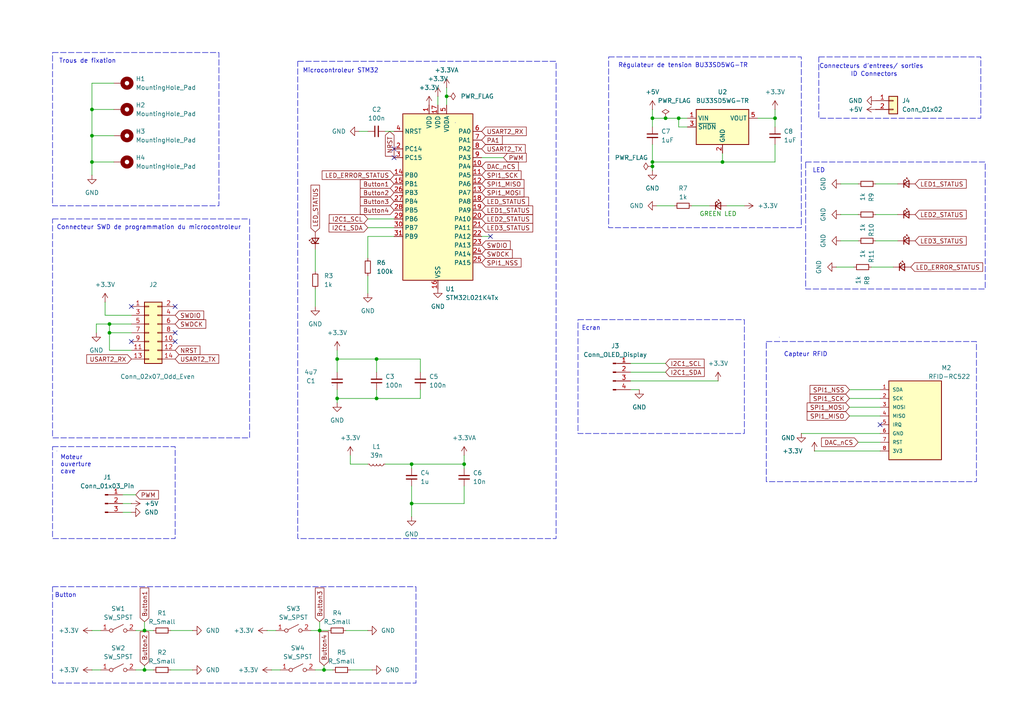
<source format=kicad_sch>
(kicad_sch (version 20231120) (generator "eeschema") (generator_version "8.0")
  (paper "A4")
  (lib_symbols
    (symbol "Connector:Conn_01x03_Pin" (pin_names (offset 1.016) hide)
      (property "Reference" "J" (at 0 5.08 0))
      (property "Value" "Conn_01x03_Pin" (at 0 -5.08 0))
      (symbol "Conn_01x03_Pin_1_1"
        (pin passive line (at 5.08 2.54 180) (length 3.81) (name "Pin_1") (number "1"))
        (pin passive line (at 5.08 0 180) (length 3.81) (name "Pin_2") (number "2"))
        (pin passive line (at 5.08 -2.54 180) (length 3.81) (name "Pin_3") (number "3"))
      )
    )
    (symbol "Connector:Conn_01x04_Pin" (pin_names (offset 1.016) hide)
      (property "Reference" "J" (at 0 5.08 0))
      (property "Value" "Conn_01x04_Pin" (at 0 -7.62 0))
      (symbol "Conn_01x04_Pin_1_1"
        (pin passive line (at 5.08 2.54 180) (length 3.81) (name "Pin_1") (number "1"))
        (pin passive line (at 5.08 0 180) (length 3.81) (name "Pin_2") (number "2"))
        (pin passive line (at 5.08 -2.54 180) (length 3.81) (name "Pin_3") (number "3"))
        (pin passive line (at 5.08 -5.08 180) (length 3.81) (name "Pin_4") (number "4"))
      )
    )
    (symbol "Connector_Generic:Conn_01x02" (pin_names (offset 1.016) hide)
      (property "Reference" "J" (at 0 2.54 0))
      (property "Value" "Conn_01x02" (at 0 -5.08 0))
      (symbol "Conn_01x02_1_1"
        (pin passive line (at -5.08 0 0) (length 3.81) (name "Pin_1") (number "1"))
        (pin passive line (at -5.08 -2.54 0) (length 3.81) (name "Pin_2") (number "2"))
      )
    )
    (symbol "Connector_Generic:Conn_02x07_Odd_Even" (pin_names (offset 1.016) hide)
      (property "Reference" "J" (at 1.27 10.16 0))
      (property "Value" "Conn_02x07_Odd_Even" (at 1.27 -10.16 0))
      (symbol "Conn_02x07_Odd_Even_1_1"
        (pin passive line (at -5.08 7.62 0) (length 3.81) (name "Pin_1") (number "1"))
        (pin passive line (at 7.62 -2.54 180) (length 3.81) (name "Pin_10") (number "10"))
        (pin passive line (at -5.08 -5.08 0) (length 3.81) (name "Pin_11") (number "11"))
        (pin passive line (at 7.62 -5.08 180) (length 3.81) (name "Pin_12") (number "12"))
        (pin passive line (at -5.08 -7.62 0) (length 3.81) (name "Pin_13") (number "13"))
        (pin passive line (at 7.62 -7.62 180) (length 3.81) (name "Pin_14") (number "14"))
        (pin passive line (at 7.62 7.62 180) (length 3.81) (name "Pin_2") (number "2"))
        (pin passive line (at -5.08 5.08 0) (length 3.81) (name "Pin_3") (number "3"))
        (pin passive line (at 7.62 5.08 180) (length 3.81) (name "Pin_4") (number "4"))
        (pin passive line (at -5.08 2.54 0) (length 3.81) (name "Pin_5") (number "5"))
        (pin passive line (at 7.62 2.54 180) (length 3.81) (name "Pin_6") (number "6"))
        (pin passive line (at -5.08 0 0) (length 3.81) (name "Pin_7") (number "7"))
        (pin passive line (at 7.62 0 180) (length 3.81) (name "Pin_8") (number "8"))
        (pin passive line (at -5.08 -2.54 0) (length 3.81) (name "Pin_9") (number "9"))
      )
    )
    (symbol "Device:C_Small" (pin_numbers hide) (pin_names (offset 0.254) hide)
      (property "Reference" "C" (at 0.254 1.778 0))
      (property "Value" "C_Small" (at 0.254 -2.032 0))
      (symbol "C_Small_1_1"
        (pin passive line (at 0 2.54 270) (length 2.032) (name "~") (number "1"))
        (pin passive line (at 0 -2.54 90) (length 2.032) (name "~") (number "2"))
      )
    )
    (symbol "Device:LED_Small" (pin_numbers hide) (pin_names (offset 0.254) hide)
      (property "Reference" "D" (at -1.27 3.175 0))
      (property "Value" "LED_Small" (at -4.445 -2.54 0))
      (symbol "LED_Small_1_1"
        (pin passive line (at -2.54 0 0) (length 1.778) (name "K") (number "1"))
        (pin passive line (at 2.54 0 180) (length 1.778) (name "A") (number "2"))
      )
    )
    (symbol "Device:L_Small" (pin_numbers hide) (pin_names (offset 0.254) hide)
      (property "Reference" "L" (at 0.762 1.016 0))
      (property "Value" "L_Small" (at 0.762 -1.016 0))
      (symbol "L_Small_1_1"
        (pin passive line (at 0 2.54 270) (length 0.508) (name "~") (number "1"))
        (pin passive line (at 0 -2.54 90) (length 0.508) (name "~") (number "2"))
      )
    )
    (symbol "Device:R_Small" (pin_numbers hide) (pin_names (offset 0.254) hide)
      (property "Reference" "R" (at 0.762 0.508 0))
      (property "Value" "R_Small" (at 0.762 -1.016 0))
      (symbol "R_Small_1_1"
        (pin passive line (at 0 2.54 270) (length 0.762) (name "~") (number "1"))
        (pin passive line (at 0 -2.54 90) (length 0.762) (name "~") (number "2"))
      )
    )
    (symbol "MCU_ST_STM32L0:STM32L021K4Tx"
      (property "Reference" "U" (at -10.16 26.67 0))
      (property "Value" "STM32L021K4Tx" (at 5.08 26.67 0))
      (symbol "STM32L021K4Tx_1_1"
        (pin power_in line (at -2.54 27.94 270) (length 2.54) (name "VDD") (number "1"))
        (pin bidirectional line (at 12.7 10.16 180) (length 2.54) (name "PA4") (number "10"))
        (pin bidirectional line (at 12.7 7.62 180) (length 2.54) (name "PA5") (number "11"))
        (pin bidirectional line (at 12.7 5.08 180) (length 2.54) (name "PA6") (number "12"))
        (pin bidirectional line (at 12.7 2.54 180) (length 2.54) (name "PA7") (number "13"))
        (pin bidirectional line (at -12.7 7.62 0) (length 2.54) (name "PB0") (number "14"))
        (pin bidirectional line (at -12.7 5.08 0) (length 2.54) (name "PB1") (number "15"))
        (pin power_in line (at 0 -25.4 90) (length 2.54) (name "VSS") (number "16"))
        (pin power_in line (at 0 27.94 270) (length 2.54) (name "VDD") (number "17"))
        (pin bidirectional line (at 12.7 0 180) (length 2.54) (name "PA8") (number "18"))
        (pin bidirectional line (at 12.7 -2.54 180) (length 2.54) (name "PA9") (number "19"))
        (pin bidirectional line (at -12.7 15.24 0) (length 2.54) (name "PC14") (number "2"))
        (pin bidirectional line (at 12.7 -5.08 180) (length 2.54) (name "PA10") (number "20"))
        (pin bidirectional line (at 12.7 -7.62 180) (length 2.54) (name "PA11") (number "21"))
        (pin bidirectional line (at 12.7 -10.16 180) (length 2.54) (name "PA12") (number "22"))
        (pin bidirectional line (at 12.7 -12.7 180) (length 2.54) (name "PA13") (number "23"))
        (pin bidirectional line (at 12.7 -15.24 180) (length 2.54) (name "PA14") (number "24"))
        (pin bidirectional line (at 12.7 -17.78 180) (length 2.54) (name "PA15") (number "25"))
        (pin bidirectional line (at -12.7 2.54 0) (length 2.54) (name "PB3") (number "26"))
        (pin bidirectional line (at -12.7 0 0) (length 2.54) (name "PB4") (number "27"))
        (pin bidirectional line (at -12.7 -2.54 0) (length 2.54) (name "PB5") (number "28"))
        (pin bidirectional line (at -12.7 -5.08 0) (length 2.54) (name "PB6") (number "29"))
        (pin bidirectional line (at -12.7 12.7 0) (length 2.54) (name "PC15") (number "3"))
        (pin bidirectional line (at -12.7 -7.62 0) (length 2.54) (name "PB7") (number "30"))
        (pin bidirectional line (at -12.7 -10.16 0) (length 2.54) (name "PB9") (number "31"))
        (pin passive line (at 0 -25.4 90) (length 2.54) hide (name "VSS") (number "32"))
        (pin input line (at -12.7 20.32 0) (length 2.54) (name "NRST") (number "4"))
        (pin power_in line (at 2.54 27.94 270) (length 2.54) (name "VDDA") (number "5"))
        (pin bidirectional line (at 12.7 20.32 180) (length 2.54) (name "PA0") (number "6"))
        (pin bidirectional line (at 12.7 17.78 180) (length 2.54) (name "PA1") (number "7"))
        (pin bidirectional line (at 12.7 15.24 180) (length 2.54) (name "PA2") (number "8"))
        (pin bidirectional line (at 12.7 12.7 180) (length 2.54) (name "PA3") (number "9"))
      )
    )
    (symbol "Mechanical:MountingHole_Pad" (pin_numbers hide) (pin_names (offset 1.016) hide) (exclude_from_sim yes) (in_bom no)
      (property "Reference" "H" (at 0 6.35 0))
      (property "Value" "MountingHole_Pad" (at 0 4.445 0))
      (symbol "MountingHole_Pad_1_1"
        (pin input line (at 0 -2.54 90) (length 2.54) (name "1") (number "1"))
      )
    )
    (symbol "RFID-RC522:RFID-RC522" (pin_names (offset 1.016))
      (property "Reference" "M" (at -7.62 10.922 0))
      (property "Value" "RFID-RC522" (at -7.62 -15.24 0))
      (symbol "RFID-RC522_0_0"
        (pin bidirectional line (at -10.16 7.62 0) (length 2.54) (name "SDA") (number "1"))
        (pin bidirectional line (at -10.16 5.08 0) (length 2.54) (name "SCK") (number "2"))
        (pin bidirectional line (at -10.16 2.54 0) (length 2.54) (name "MOSI") (number "3"))
        (pin bidirectional line (at -10.16 0 0) (length 2.54) (name "MISO") (number "4"))
        (pin bidirectional line (at -10.16 -2.54 0) (length 2.54) (name "IRQ") (number "5"))
        (pin bidirectional line (at -10.16 -5.08 0) (length 2.54) (name "GND") (number "6"))
        (pin bidirectional line (at -10.16 -7.62 0) (length 2.54) (name "RST") (number "7"))
        (pin bidirectional line (at -10.16 -10.16 0) (length 2.54) (name "3V3") (number "8"))
      )
    )
    (symbol "Regulator_Linear:MCP1802x-xx02xOT"
      (property "Reference" "U" (at -6.35 6.35 0))
      (property "Value" "MCP1802x-xx02xOT" (at 0 6.35 0))
      (symbol "MCP1802x-xx02xOT_1_1"
        (pin power_in line (at -10.16 2.54 0) (length 2.54) (name "VIN") (number "1"))
        (pin power_in line (at 0 -7.62 90) (length 2.54) (name "GND") (number "2"))
        (pin input line (at -10.16 0 0) (length 2.54) (name "~{SHDN}") (number "3"))
        (pin no_connect line (at 7.62 0 180) (length 2.54) hide (name "NC") (number "4"))
        (pin power_out line (at 10.16 2.54 180) (length 2.54) (name "VOUT") (number "5"))
      )
    )
    (symbol "Switch:SW_SPST" (pin_names (offset 0) hide)
      (property "Reference" "SW" (at 0 3.175 0))
      (property "Value" "SW_SPST" (at 0 -2.54 0))
      (symbol "SW_SPST_1_1"
        (pin passive line (at -5.08 0 0) (length 2.54) (name "A") (number "1"))
        (pin passive line (at 5.08 0 180) (length 2.54) (name "B") (number "2"))
      )
    )
    (symbol "power:+3.3V" (power) (pin_numbers hide) (pin_names (offset 0) hide)
      (property "Value" "+3.3V" (at 0 3.556 0))
      (symbol "+3.3V_1_1"
        (pin power_in line (at 0 0 90) (length 0) (name "~") (number "1"))
      )
    )
    (symbol "power:+3.3VA" (power) (pin_numbers hide) (pin_names (offset 0) hide)
      (property "Value" "+3.3VA" (at 0 3.556 0))
      (symbol "+3.3VA_1_1"
        (pin power_in line (at 0 0 90) (length 0) (name "~") (number "1"))
      )
    )
    (symbol "power:+5V" (power) (pin_numbers hide) (pin_names (offset 0) hide)
      (property "Value" "+5V" (at 0 3.556 0))
      (symbol "+5V_1_1"
        (pin power_in line (at 0 0 90) (length 0) (name "~") (number "1"))
      )
    )
    (symbol "power:GND" (power) (pin_numbers hide) (pin_names (offset 0) hide)
      (property "Value" "GND" (at 0 -3.81 0))
      (symbol "GND_1_1"
        (pin power_in line (at 0 0 270) (length 0) (name "~") (number "1"))
      )
    )
    (symbol "power:PWR_FLAG" (power) (pin_numbers hide) (pin_names (offset 0) hide)
      (property "Value" "PWR_FLAG" (at 0 3.81 0))
      (symbol "PWR_FLAG_0_0"
        (pin power_out line (at 0 0 90) (length 0) (name "~") (number "1"))
      )
    )
  )
  (junction (at 189.23 34.29))
  (junction (at 134.62 134.62))
  (junction (at 193.04 34.29))
  (junction (at 41.91 182.88))
  (junction (at 97.79 115.57))
  (junction (at 31.75 93.98))
  (junction (at 92.71 182.88))
  (junction (at 26.67 39.37))
  (junction (at 41.91 194.31))
  (junction (at 109.22 104.14))
  (junction (at 26.67 31.75))
  (junction (at 119.38 134.62))
  (junction (at 129.54 27.94))
  (junction (at 93.98 194.31))
  (junction (at 224.79 34.29))
  (junction (at 209.55 46.99))
  (junction (at 196.85 34.29))
  (junction (at 31.75 96.52))
  (junction (at 97.79 104.14))
  (junction (at 189.23 46.99))
  (junction (at 26.67 46.99))
  (junction (at 189.23 48.26))
  (junction (at 109.22 115.57))
  (junction (at 119.38 146.05))
  (no_connect (at 38.1 88.9))
  (no_connect (at 50.8 88.9))
  (no_connect (at 142.24 68.58))
  (no_connect (at 114.3 43.18))
  (no_connect (at 255.27 123.19))
  (no_connect (at 114.3 45.72))
  (no_connect (at 50.8 99.06))
  (no_connect (at 50.8 96.52))
  (no_connect (at 38.1 99.06))
  (wire (pts (xy 189.23 41.91) (xy 189.23 46.99)))
  (wire (pts (xy 97.79 113.03) (xy 97.79 115.57)))
  (wire (pts (xy 196.85 34.29) (xy 193.04 34.29)))
  (wire (pts (xy 38.1 93.98) (xy 31.75 93.98)))
  (wire (pts (xy 106.68 66.04) (xy 114.3 66.04)))
  (wire (pts (xy 196.85 36.83) (xy 196.85 34.29)))
  (wire (pts (xy 260.35 62.23) (xy 254 62.23)))
  (wire (pts (xy 38.1 96.52) (xy 31.75 96.52)))
  (wire (pts (xy 30.48 87.63) (xy 30.48 91.44)))
  (wire (pts (xy 224.79 41.91) (xy 224.79 46.99)))
  (wire (pts (xy 41.91 193.04) (xy 41.91 194.31)))
  (wire (pts (xy 26.67 24.13) (xy 26.67 31.75)))
  (wire (pts (xy 80.01 182.88) (xy 77.47 182.88)))
  (wire (pts (xy 91.44 72.39) (xy 91.44 78.74)))
  (wire (pts (xy 97.79 107.95) (xy 97.79 104.14)))
  (wire (pts (xy 121.92 115.57) (xy 109.22 115.57)))
  (wire (pts (xy 97.79 101.6) (xy 97.79 104.14)))
  (wire (pts (xy 205.74 59.69) (xy 200.66 59.69)))
  (wire (pts (xy 146.05 45.72) (xy 139.7 45.72)))
  (wire (pts (xy 252.73 77.47) (xy 259.08 77.47)))
  (wire (pts (xy 27.94 93.98) (xy 27.94 96.52)))
  (wire (pts (xy 90.17 182.88) (xy 92.71 182.88)))
  (wire (pts (xy 193.04 107.95) (xy 182.88 107.95)))
  (wire (pts (xy 189.23 31.75) (xy 189.23 34.29)))
  (wire (pts (xy 33.02 46.99) (xy 26.67 46.99)))
  (wire (pts (xy 31.75 101.6) (xy 31.75 96.52)))
  (wire (pts (xy 189.23 46.99) (xy 189.23 48.26)))
  (wire (pts (xy 31.75 93.98) (xy 27.94 93.98)))
  (wire (pts (xy 246.38 118.11) (xy 255.27 118.11)))
  (wire (pts (xy 119.38 134.62) (xy 111.76 134.62)))
  (wire (pts (xy 33.02 39.37) (xy 26.67 39.37)))
  (wire (pts (xy 41.91 180.34) (xy 41.91 182.88)))
  (wire (pts (xy 255.27 120.65) (xy 246.38 120.65)))
  (wire (pts (xy 255.27 113.03) (xy 246.38 113.03)))
  (wire (pts (xy 246.38 115.57) (xy 255.27 115.57)))
  (wire (pts (xy 209.55 44.45) (xy 209.55 46.99)))
  (wire (pts (xy 260.35 69.85) (xy 254 69.85)))
  (wire (pts (xy 106.68 74.93) (xy 106.68 68.58)))
  (wire (pts (xy 93.98 193.04) (xy 93.98 194.31)))
  (wire (pts (xy 106.68 68.58) (xy 114.3 68.58)))
  (wire (pts (xy 39.37 143.51) (xy 35.56 143.51)))
  (wire (pts (xy 41.91 182.88) (xy 44.45 182.88)))
  (wire (pts (xy 182.88 110.49) (xy 208.28 110.49)))
  (wire (pts (xy 91.44 194.31) (xy 93.98 194.31)))
  (wire (pts (xy 121.92 113.03) (xy 121.92 115.57)))
  (wire (pts (xy 109.22 115.57) (xy 109.22 113.03)))
  (wire (pts (xy 215.9 59.69) (xy 210.82 59.69)))
  (wire (pts (xy 92.71 180.34) (xy 92.71 182.88)))
  (wire (pts (xy 92.71 182.88) (xy 95.25 182.88)))
  (wire (pts (xy 195.58 59.69) (xy 190.5 59.69)))
  (wire (pts (xy 248.92 62.23) (xy 243.84 62.23)))
  (wire (pts (xy 29.21 182.88) (xy 26.67 182.88)))
  (wire (pts (xy 111.76 38.1) (xy 114.3 38.1)))
  (wire (pts (xy 49.53 194.31) (xy 55.88 194.31)))
  (wire (pts (xy 26.67 39.37) (xy 26.67 46.99)))
  (wire (pts (xy 209.55 46.99) (xy 189.23 46.99)))
  (wire (pts (xy 97.79 115.57) (xy 97.79 116.84)))
  (wire (pts (xy 33.02 31.75) (xy 26.67 31.75)))
  (wire (pts (xy 255.27 125.73) (xy 232.41 125.73)))
  (wire (pts (xy 91.44 83.82) (xy 91.44 88.9)))
  (wire (pts (xy 121.92 104.14) (xy 121.92 107.95)))
  (wire (pts (xy 106.68 134.62) (xy 101.6 134.62)))
  (wire (pts (xy 38.1 148.59) (xy 35.56 148.59)))
  (wire (pts (xy 247.65 77.47) (xy 242.57 77.47)))
  (wire (pts (xy 101.6 194.31) (xy 107.95 194.31)))
  (wire (pts (xy 81.28 194.31) (xy 78.74 194.31)))
  (wire (pts (xy 101.6 134.62) (xy 101.6 132.08)))
  (wire (pts (xy 224.79 46.99) (xy 209.55 46.99)))
  (wire (pts (xy 255.27 130.81) (xy 236.22 130.81)))
  (wire (pts (xy 29.21 194.31) (xy 26.67 194.31)))
  (wire (pts (xy 31.75 96.52) (xy 31.75 93.98)))
  (wire (pts (xy 199.39 36.83) (xy 196.85 36.83)))
  (wire (pts (xy 129.54 27.94) (xy 129.54 25.4)))
  (wire (pts (xy 39.37 182.88) (xy 41.91 182.88)))
  (wire (pts (xy 260.35 53.34) (xy 254 53.34)))
  (wire (pts (xy 38.1 146.05) (xy 35.56 146.05)))
  (wire (pts (xy 106.68 63.5) (xy 114.3 63.5)))
  (wire (pts (xy 30.48 91.44) (xy 38.1 91.44)))
  (wire (pts (xy 26.67 31.75) (xy 26.67 39.37)))
  (wire (pts (xy 193.04 34.29) (xy 189.23 34.29)))
  (wire (pts (xy 38.1 101.6) (xy 31.75 101.6)))
  (wire (pts (xy 104.14 38.1) (xy 106.68 38.1)))
  (wire (pts (xy 97.79 104.14) (xy 109.22 104.14)))
  (wire (pts (xy 134.62 134.62) (xy 134.62 135.89)))
  (wire (pts (xy 248.92 53.34) (xy 243.84 53.34)))
  (wire (pts (xy 109.22 104.14) (xy 121.92 104.14)))
  (wire (pts (xy 189.23 34.29) (xy 189.23 36.83)))
  (wire (pts (xy 119.38 146.05) (xy 119.38 149.86)))
  (wire (pts (xy 224.79 34.29) (xy 224.79 36.83)))
  (wire (pts (xy 109.22 115.57) (xy 97.79 115.57)))
  (wire (pts (xy 224.79 31.75) (xy 224.79 34.29)))
  (wire (pts (xy 199.39 34.29) (xy 196.85 34.29)))
  (wire (pts (xy 189.23 48.26) (xy 189.23 49.53)))
  (wire (pts (xy 119.38 140.97) (xy 119.38 146.05)))
  (wire (pts (xy 134.62 134.62) (xy 119.38 134.62)))
  (wire (pts (xy 134.62 132.08) (xy 134.62 134.62)))
  (wire (pts (xy 219.71 34.29) (xy 224.79 34.29)))
  (wire (pts (xy 93.98 194.31) (xy 96.52 194.31)))
  (wire (pts (xy 182.88 113.03) (xy 185.42 113.03)))
  (wire (pts (xy 248.92 128.27) (xy 255.27 128.27)))
  (wire (pts (xy 49.53 182.88) (xy 55.88 182.88)))
  (wire (pts (xy 109.22 104.14) (xy 109.22 107.95)))
  (wire (pts (xy 106.68 80.01) (xy 106.68 85.09)))
  (wire (pts (xy 41.91 194.31) (xy 44.45 194.31)))
  (wire (pts (xy 129.54 30.48) (xy 129.54 27.94)))
  (wire (pts (xy 193.04 105.41) (xy 182.88 105.41)))
  (wire (pts (xy 33.02 24.13) (xy 26.67 24.13)))
  (wire (pts (xy 100.33 182.88) (xy 106.68 182.88)))
  (wire (pts (xy 248.92 69.85) (xy 243.84 69.85)))
  (wire (pts (xy 119.38 146.05) (xy 134.62 146.05)))
  (wire (pts (xy 119.38 134.62) (xy 119.38 135.89)))
  (wire (pts (xy 139.7 68.58) (xy 142.24 68.58)))
  (wire (pts (xy 127 27.94) (xy 127 30.48)))
  (wire (pts (xy 26.67 46.99) (xy 26.67 50.8)))
  (wire (pts (xy 39.37 194.31) (xy 41.91 194.31)))
  (wire (pts (xy 134.62 146.05) (xy 134.62 140.97)))
  (rectangle (start 86.36 17.78) (end 161.29 156.21) (stroke (width 0) (type dash)))
  (rectangle (start 15.24 129.54) (end 50.8 156.21) (stroke (width 0) (type dash)))
  (rectangle (start 233.68 46.99) (end 285.75 83.82) (stroke (width 0) (type dash)))
  (rectangle (start 15.24 15.24) (end 63.5 59.69) (stroke (width 0) (type dash)))
  (rectangle (start 222.25 99.06) (end 283.21 139.7) (stroke (width 0) (type dash)))
  (rectangle (start 226.06 97.79) (end 226.06 97.79))
  (rectangle (start 15.24 63.5) (end 72.39 127) (stroke (width 0) (type dash)))
  (rectangle (start 167.64 92.71) (end 215.9 125.73) (stroke (width 0) (type dash)))
  (rectangle (start 132.08 35.56) (end 132.08 35.56))
  (rectangle (start 15.24 170.18) (end 120.65 198.12) (stroke (width 0) (type dash)))
  (rectangle (start 237.49 16.51) (end 284.48 34.29) (stroke (width 0) (type dash)))
  (rectangle (start 176.53 16.51) (end 232.41 66.04) (stroke (width 0) (type dash)))
  (rectangle (start 96.52 111.76) (end 96.52 111.76))
  (text_box "Moteur ouverture cave " (at 16.51 130.81 0) (size 0 0) (effects (font (size 1.27 1.27)) (justify left top)))
  (text "ID Connectors " (at 254 21.59 0) (effects (font (size 1.27 1.27))))
  (text "Capteur RFID" (at 233.68 102.87 0) (effects (font (size 1.27 1.27))))
  (text "Connecteur SWD de programmation du microcontroleur\n" (at 43.18 66.04 0) (effects (font (size 1.27 1.27))))
  (text "LED\n" (at 237.49 49.53 0) (effects (font (size 1.27 1.27))))
  (text "Button\n" (at 19.05 172.72 0) (effects (font (size 1.27 1.27))))
  (text "Régulateur de tension BU33SD5WG-TR\n" (at 198.12 19.05 0) (effects (font (size 1.27 1.27))))
  (text "GREEN LED\n" (at 208.28 62.23 0) (effects (font (size 1.27 1.27))))
  (text "Ecran\n" (at 171.45 95.25 0) (effects (font (size 1.27 1.27))))
  (text "Trous de fixation\n" (at 25.4 17.78 0) (effects (font (size 1.27 1.27))))
  (text "Connecteurs d'entrees/ sorties\n\n" (at 252.73 20.32 0) (effects (font (size 1.27 1.27))))
  (text "Microcontroleur STM32" (at 98.806 20.574 0) (effects (font (size 1.27 1.27))))
  (global_label "LED2_STATUS" (shape input) (at 265.43 62.23 0) (property "Intersheetrefs" "${INTERSHEET_REFS}" (effects (hide yes))))
  (global_label "NRST" (shape input) (at 50.8 101.6 0) (property "Intersheetrefs" "${INTERSHEET_REFS}" (effects (hide yes))))
  (global_label "SWDCK" (shape input) (at 50.8 93.98 0) (property "Intersheetrefs" "${INTERSHEET_REFS}" (effects (hide yes))))
  (global_label "LED1_STATUS" (shape input) (at 139.7 60.96 0) (property "Intersheetrefs" "${INTERSHEET_REFS}" (effects (hide yes))))
  (global_label "DAC_nCS" (shape input) (at 248.92 128.27 180) (property "Intersheetrefs" "${INTERSHEET_REFS}" (effects (hide yes))))
  (global_label "SWDCK" (shape input) (at 139.7 73.66 0) (property "Intersheetrefs" "${INTERSHEET_REFS}" (effects (hide yes))))
  (global_label "I2C1_SDA" (shape input) (at 193.04 107.95 0) (property "Intersheetrefs" "${INTERSHEET_REFS}" (effects (hide yes))))
  (global_label "PA1" (shape input) (at 139.7 40.64 0) (property "Intersheetrefs" "${INTERSHEET_REFS}" (effects (hide yes))))
  (global_label "Button2" (shape input) (at 41.91 193.04 90) (property "Intersheetrefs" "${INTERSHEET_REFS}" (effects (hide yes))))
  (global_label "Button1" (shape input) (at 41.91 180.34 90) (property "Intersheetrefs" "${INTERSHEET_REFS}" (effects (hide yes))))
  (global_label "I2C1_SDA" (shape input) (at 106.68 66.04 180) (property "Intersheetrefs" "${INTERSHEET_REFS}" (effects (hide yes))))
  (global_label "SPI1_MOSI" (shape input) (at 246.38 118.11 180) (property "Intersheetrefs" "${INTERSHEET_REFS}" (effects (hide yes))))
  (global_label "LED_ERROR_STATUS" (shape input) (at 264.16 77.47 0) (property "Intersheetrefs" "${INTERSHEET_REFS}" (effects (hide yes))))
  (global_label "SPI1_NSS" (shape input) (at 139.7 76.2 0) (property "Intersheetrefs" "${INTERSHEET_REFS}" (effects (hide yes))))
  (global_label "Button3" (shape input) (at 114.3 58.42 180) (property "Intersheetrefs" "${INTERSHEET_REFS}" (effects (hide yes))))
  (global_label "SPI1_MISO" (shape input) (at 139.7 53.34 0) (property "Intersheetrefs" "${INTERSHEET_REFS}" (effects (hide yes))))
  (global_label "SPI1_MOSI" (shape input) (at 139.7 55.88 0) (property "Intersheetrefs" "${INTERSHEET_REFS}" (effects (hide yes))))
  (global_label "Button3" (shape input) (at 92.71 180.34 90) (property "Intersheetrefs" "${INTERSHEET_REFS}" (effects (hide yes))))
  (global_label "PWM" (shape input) (at 146.05 45.72 0) (property "Intersheetrefs" "${INTERSHEET_REFS}" (effects (hide yes))))
  (global_label "Button4" (shape input) (at 93.98 193.04 90) (property "Intersheetrefs" "${INTERSHEET_REFS}" (effects (hide yes))))
  (global_label "PWM" (shape input) (at 39.37 143.51 0) (property "Intersheetrefs" "${INTERSHEET_REFS}" (effects (hide yes))))
  (global_label "LED_STATUS" (shape input) (at 139.7 58.42 0) (property "Intersheetrefs" "${INTERSHEET_REFS}" (effects (hide yes))))
  (global_label "Button1" (shape input) (at 114.3 53.34 180) (property "Intersheetrefs" "${INTERSHEET_REFS}" (effects (hide yes))))
  (global_label "SPI1_NSS" (shape input) (at 246.38 113.03 180) (property "Intersheetrefs" "${INTERSHEET_REFS}" (effects (hide yes))))
  (global_label "USART2_RX" (shape input) (at 139.7 38.1 0) (property "Intersheetrefs" "${INTERSHEET_REFS}" (effects (hide yes))))
  (global_label "USART2_TX" (shape input) (at 139.7 43.18 0) (property "Intersheetrefs" "${INTERSHEET_REFS}" (effects (hide yes))))
  (global_label "Button2" (shape input) (at 114.3 55.88 180) (property "Intersheetrefs" "${INTERSHEET_REFS}" (effects (hide yes))))
  (global_label "USART2_RX" (shape input) (at 38.1 104.14 180) (property "Intersheetrefs" "${INTERSHEET_REFS}" (effects (hide yes))))
  (global_label "I2C1_SCL" (shape input) (at 193.04 105.41 0) (property "Intersheetrefs" "${INTERSHEET_REFS}" (effects (hide yes))))
  (global_label "I2C1_SCL" (shape input) (at 106.68 63.5 180) (property "Intersheetrefs" "${INTERSHEET_REFS}" (effects (hide yes))))
  (global_label "Button4" (shape input) (at 114.3 60.96 180) (property "Intersheetrefs" "${INTERSHEET_REFS}" (effects (hide yes))))
  (global_label "LED_ERROR_STATUS" (shape input) (at 114.3 50.8 180) (property "Intersheetrefs" "${INTERSHEET_REFS}" (effects (hide yes))))
  (global_label "LED3_STATUS" (shape input) (at 139.7 66.04 0) (property "Intersheetrefs" "${INTERSHEET_REFS}" (effects (hide yes))))
  (global_label "LED1_STATUS" (shape input) (at 265.43 53.34 0) (property "Intersheetrefs" "${INTERSHEET_REFS}" (effects (hide yes))))
  (global_label "NRST" (shape input) (at 113.03 38.1 270) (property "Intersheetrefs" "${INTERSHEET_REFS}" (effects (hide yes))))
  (global_label "SPI1_SCK" (shape input) (at 246.38 115.57 180) (property "Intersheetrefs" "${INTERSHEET_REFS}" (effects (hide yes))))
  (global_label "SPI1_SCK" (shape input) (at 139.7 50.8 0) (property "Intersheetrefs" "${INTERSHEET_REFS}" (effects (hide yes))))
  (global_label "SWDIO" (shape input) (at 139.7 71.12 0) (property "Intersheetrefs" "${INTERSHEET_REFS}" (effects (hide yes))))
  (global_label "SPI1_MISO" (shape input) (at 246.38 120.65 180) (property "Intersheetrefs" "${INTERSHEET_REFS}" (effects (hide yes))))
  (global_label "SWDIO" (shape input) (at 50.8 91.44 0) (property "Intersheetrefs" "${INTERSHEET_REFS}" (effects (hide yes))))
  (global_label "LED2_STATUS" (shape input) (at 139.7 63.5 0) (property "Intersheetrefs" "${INTERSHEET_REFS}" (effects (hide yes))))
  (global_label "LED_STATUS" (shape input) (at 91.44 67.31 90) (property "Intersheetrefs" "${INTERSHEET_REFS}" (effects (hide yes))))
  (global_label "LED3_STATUS" (shape input) (at 265.43 69.85 0) (property "Intersheetrefs" "${INTERSHEET_REFS}" (effects (hide yes))))
  (global_label "DAC_nCS" (shape input) (at 139.7 48.26 0) (property "Intersheetrefs" "${INTERSHEET_REFS}" (effects (hide yes))))
  (global_label "USART2_TX" (shape input) (at 50.8 104.14 0) (property "Intersheetrefs" "${INTERSHEET_REFS}" (effects (hide yes))))
  (symbol (lib_id "power:+3.3V") (at 97.79 101.6 0) (unit 1)
    (property "Reference" "#PWR022" (effects (hide yes)))
    (property "Value" "+3.3V" (at 97.79 96.52 0))
    (property "Description" "Power symbol creates a global label with name \"+3.3V\"" (effects (hide yes)))
  )
  (symbol (lib_id "Switch:SW_SPST") (at 86.36 194.31 0) (unit 1)
    (property "Reference" "SW4" (at 86.36 187.96 0))
    (property "Value" "SW_SPST" (at 86.36 190.5 0))
    (property "Footprint" "Button_Switch_SMD:SW_SPST_PTS647_Sx50" (effects (hide yes)))
    (property "Description" "Single Pole Single Throw (SPST) switch" (effects (hide yes)))
  )
  (symbol (lib_id "power:GND") (at 243.84 69.85 270) (unit 1)
    (property "Reference" "#PWR021" (effects (hide yes)))
    (property "Value" "GND" (at 238.76 69.85 0))
    (property "Description" "Power symbol creates a global label with name \"GND\" , ground" (effects (hide yes)))
  )
  (symbol (lib_id "Device:C_Small") (at 109.22 110.49 180) (unit 1)
    (property "Reference" "C3" (at 111.76 109.2135 0) (effects (justify right)))
    (property "Value" "100n" (at 111.76 111.7535 0) (effects (justify right)))
    (property "Footprint" "Capacitor_SMD:C_0805_2012Metric_Pad1.18x1.45mm_HandSolder" (effects (hide yes)))
    (property "Description" "Unpolarized capacitor, small symbol" (effects (hide yes)))
  )
  (symbol (lib_id "power:GND") (at 107.95 194.31 90) (unit 1)
    (property "Reference" "#PWR042" (effects (hide yes)))
    (property "Value" "GND" (at 111.76 194.3099 90) (effects (justify right)))
    (property "Description" "Power symbol creates a global label with name \"GND\" , ground" (effects (hide yes)))
  )
  (symbol (lib_id "Device:R_Small") (at 198.12 59.69 270) (unit 1)
    (property "Reference" "R7" (at 198.12 54.61 90))
    (property "Value" "1k" (at 198.12 57.15 90))
    (property "Footprint" "Resistor_SMD:R_0805_2012Metric_Pad1.20x1.40mm_HandSolder" (effects (hide yes)))
    (property "Description" "Resistor, small symbol" (effects (hide yes)))
  )
  (symbol (lib_id "power:+3.3V") (at 236.22 130.81 0) (unit 1)
    (property "Reference" "#PWR030" (effects (hide yes)))
    (property "Value" "+3.3V" (at 229.87 130.81 0))
    (property "Description" "Power symbol creates a global label with name \"+3.3V\"" (effects (hide yes)))
  )
  (symbol (lib_id "Mechanical:MountingHole_Pad") (at 35.56 24.13 270) (unit 1) (exclude_from_sim yes) (in_bom no)
    (property "Reference" "H1" (at 39.37 22.8599 90) (effects (justify left)))
    (property "Value" "MountingHole_Pad" (at 39.37 25.3999 90) (effects (justify left)))
    (property "Footprint" "MountingHole:MountingHole_3.2mm_M3_DIN965_Pad" (effects (hide yes)))
    (property "Description" "Mounting Hole with connection" (effects (hide yes)))
  )
  (symbol (lib_id "power:PWR_FLAG") (at 189.23 48.26 90) (mirror x) (unit 1)
    (property "Reference" "#FLG02" (effects (hide yes)))
    (property "Value" "PWR_FLAG" (at 187.96 45.72 90) (effects (justify left)))
    (property "Description" "Special symbol for telling ERC where power comes from" (effects (hide yes)))
  )
  (symbol (lib_id "power:+3.3VA") (at 129.54 25.4 0) (unit 1)
    (property "Reference" "#PWR04" (effects (hide yes)))
    (property "Value" "+3.3VA" (at 129.54 20.32 0))
    (property "Description" "Power symbol creates a global label with name \"+3.3VA\"" (effects (hide yes)))
  )
  (symbol (lib_id "Device:C_Small") (at 121.92 110.49 0) (unit 1)
    (property "Reference" "C5" (at 124.46 109.2262 0) (effects (justify left)))
    (property "Value" "100n" (at 124.46 111.7662 0) (effects (justify left)))
    (property "Footprint" "Capacitor_SMD:C_0805_2012Metric_Pad1.18x1.45mm_HandSolder" (effects (hide yes)))
    (property "Description" "Unpolarized capacitor, small symbol" (effects (hide yes)))
  )
  (symbol (lib_id "Device:R_Small") (at 251.46 62.23 270) (unit 1)
    (property "Reference" "R10" (at 252.7301 64.77 0) (effects (justify left)))
    (property "Value" "1k" (at 250.1901 64.77 0) (effects (justify left)))
    (property "Footprint" "Resistor_SMD:R_0805_2012Metric_Pad1.20x1.40mm_HandSolder" (effects (hide yes)))
    (property "Description" "Resistor, small symbol" (effects (hide yes)))
  )
  (symbol (lib_id "power:+3.3V") (at 127 27.94 0) (unit 1)
    (property "Reference" "#PWR02" (effects (hide yes)))
    (property "Value" "+3.3V" (at 127 22.86 0))
    (property "Description" "Power symbol creates a global label with name \"+3.3V\"" (effects (hide yes)))
  )
  (symbol (lib_id "power:GND") (at 97.79 116.84 0) (unit 1)
    (property "Reference" "#PWR026" (effects (hide yes)))
    (property "Value" "GND" (at 97.79 121.92 0))
    (property "Description" "Power symbol creates a global label with name \"GND\" , ground" (effects (hide yes)))
  )
  (symbol (lib_id "power:+3.3V") (at 30.48 87.63 0) (unit 1)
    (property "Reference" "#PWR025" (effects (hide yes)))
    (property "Value" "+3.3V" (at 30.48 82.55 0))
    (property "Description" "Power symbol creates a global label with name \"+3.3V\"" (effects (hide yes)))
  )
  (symbol (lib_id "Device:LED_Small") (at 208.28 59.69 0) (unit 1)
    (property "Reference" "D2" (effects (hide yes)))
    (property "Value" "LED_Small" (effects (hide yes)))
    (property "Footprint" "LED_SMD:LED_0805_2012Metric_Pad1.15x1.40mm_HandSolder" (effects (hide yes)))
    (property "Description" "Light emitting diode, small symbol" (effects (hide yes)))
  )
  (symbol (lib_id "Mechanical:MountingHole_Pad") (at 35.56 39.37 270) (unit 1) (exclude_from_sim yes) (in_bom no)
    (property "Reference" "H3" (at 39.37 38.0999 90) (effects (justify left)))
    (property "Value" "MountingHole_Pad" (at 39.37 40.6399 90) (effects (justify left)))
    (property "Footprint" "MountingHole:MountingHole_3.2mm_M3_DIN965_Pad" (effects (hide yes)))
    (property "Description" "Mounting Hole with connection" (effects (hide yes)))
  )
  (symbol (lib_id "power:GND") (at 106.68 182.88 90) (unit 1)
    (property "Reference" "#PWR036" (effects (hide yes)))
    (property "Value" "GND" (at 110.49 182.8799 90) (effects (justify right)))
    (property "Description" "Power symbol creates a global label with name \"GND\" , ground" (effects (hide yes)))
  )
  (symbol (lib_id "Device:R_Small") (at 106.68 77.47 0) (unit 1)
    (property "Reference" "R6" (at 109.22 76.1999 0) (effects (justify left)))
    (property "Value" "100k" (at 109.22 78.7399 0) (effects (justify left)))
    (property "Footprint" "Resistor_SMD:R_0805_2012Metric_Pad1.20x1.40mm_HandSolder" (effects (hide yes)))
    (property "Description" "Resistor, small symbol" (effects (hide yes)))
  )
  (symbol (lib_id "power:GND") (at 91.44 88.9 0) (unit 1)
    (property "Reference" "#PWR09" (effects (hide yes)))
    (property "Value" "GND" (at 91.44 93.98 0))
    (property "Description" "Power symbol creates a global label with name \"GND\" , ground" (effects (hide yes)))
  )
  (symbol (lib_id "MCU_ST_STM32L0:STM32L021K4Tx") (at 127 58.42 0) (unit 1)
    (property "Reference" "U1" (at 129.1941 83.82 0) (effects (justify left)))
    (property "Value" "STM32L021K4Tx" (at 129.1941 86.36 0) (effects (justify left)))
    (property "Footprint" "Package_QFP:LQFP-32_7x7mm_P0.8mm" (effects (hide yes)))
    (property "Datasheet" "https://www.st.com/resource/en/datasheet/stm32l021k4.pdf" (effects (hide yes)))
    (property "Description" "STMicroelectronics Arm Cortex-M0+ MCU, 16KB flash, 2KB RAM, 32 MHz, 1.65-3.6V, 26 GPIO, LQFP32" (effects (hide yes)))
  )
  (symbol (lib_id "power:+5V") (at 254 31.75 90) (unit 1)
    (property "Reference" "#PWR019" (effects (hide yes)))
    (property "Value" "+5V" (at 250.19 31.7499 90) (effects (justify left)))
    (property "Description" "Power symbol creates a global label with name \"+5V\"" (effects (hide yes)))
  )
  (symbol (lib_id "Device:R_Small") (at 46.99 182.88 90) (unit 1)
    (property "Reference" "R1" (at 46.99 177.8 90))
    (property "Value" "R_Small" (at 46.99 180.34 90))
    (property "Footprint" "Resistor_SMD:R_0805_2012Metric_Pad1.20x1.40mm_HandSolder" (effects (hide yes)))
    (property "Description" "Resistor, small symbol" (effects (hide yes)))
  )
  (symbol (lib_id "Connector_Generic:Conn_02x07_Odd_Even") (at 43.18 96.52 0) (unit 1)
    (property "Reference" "J2" (at 44.45 82.55 0))
    (property "Value" "Conn_02x07_Odd_Even" (at 45.72 109.22 0))
    (property "Footprint" "Connector_PinHeader_1.27mm:PinHeader_2x07_P1.27mm_Vertical_SMD" (effects (hide yes)))
    (property "Description" "Generic connector, double row, 02x07, odd/even pin numbering scheme (row 1 odd numbers, row 2 even numbers), script generated (kicad-library-utils/schlib/autogen/connector/)" (effects (hide yes)))
  )
  (symbol (lib_id "Device:C_Small") (at 119.38 138.43 180) (unit 1)
    (property "Reference" "C4" (at 121.92 137.1535 0) (effects (justify right)))
    (property "Value" "1u" (at 121.92 139.6935 0) (effects (justify right)))
    (property "Footprint" "Capacitor_SMD:C_0805_2012Metric_Pad1.18x1.45mm_HandSolder" (effects (hide yes)))
    (property "Description" "Unpolarized capacitor, small symbol" (effects (hide yes)))
  )
  (symbol (lib_id "power:GND") (at 55.88 194.31 90) (unit 1)
    (property "Reference" "#PWR040" (effects (hide yes)))
    (property "Value" "GND" (at 59.69 194.3099 90) (effects (justify right)))
    (property "Description" "Power symbol creates a global label with name \"GND\" , ground" (effects (hide yes)))
  )
  (symbol (lib_id "power:GND") (at 127 83.82 0) (unit 1)
    (property "Reference" "#PWR06" (effects (hide yes)))
    (property "Value" "GND" (at 127 88.9 0))
    (property "Description" "Power symbol creates a global label with name \"GND\" , ground" (effects (hide yes)))
  )
  (symbol (lib_id "Device:R_Small") (at 97.79 182.88 90) (unit 1)
    (property "Reference" "R4" (at 97.79 177.8 90))
    (property "Value" "R_Small" (at 97.79 180.34 90))
    (property "Footprint" "Resistor_SMD:R_0805_2012Metric_Pad1.20x1.40mm_HandSolder" (effects (hide yes)))
    (property "Description" "Resistor, small symbol" (effects (hide yes)))
  )
  (symbol (lib_id "Device:R_Small") (at 251.46 53.34 270) (unit 1)
    (property "Reference" "R9" (at 252.7301 55.88 0) (effects (justify left)))
    (property "Value" "1k" (at 250.1901 55.88 0) (effects (justify left)))
    (property "Footprint" "Resistor_SMD:R_0805_2012Metric_Pad1.20x1.40mm_HandSolder" (effects (hide yes)))
    (property "Description" "Resistor, small symbol" (effects (hide yes)))
  )
  (symbol (lib_id "Device:R_Small") (at 251.46 69.85 270) (unit 1)
    (property "Reference" "R11" (at 252.7301 72.39 0) (effects (justify left)))
    (property "Value" "1k" (at 250.1901 72.39 0) (effects (justify left)))
    (property "Footprint" "Resistor_SMD:R_0805_2012Metric_Pad1.20x1.40mm_HandSolder" (effects (hide yes)))
    (property "Description" "Resistor, small symbol" (effects (hide yes)))
  )
  (symbol (lib_id "power:GND") (at 189.23 49.53 0) (unit 1)
    (property "Reference" "#PWR011" (effects (hide yes)))
    (property "Value" "GND" (at 189.23 54.61 0))
    (property "Description" "Power symbol creates a global label with name \"GND\" , ground" (effects (hide yes)))
  )
  (symbol (lib_id "Device:LED_Small") (at 91.44 69.85 90) (unit 1)
    (property "Reference" "D1" (effects (hide yes)))
    (property "Value" "LED_Small" (effects (hide yes)))
    (property "Footprint" "LED_SMD:LED_0805_2012Metric_Pad1.15x1.40mm_HandSolder" (effects (hide yes)))
    (property "Description" "Light emitting diode, small symbol" (effects (hide yes)))
  )
  (symbol (lib_id "Connector:Conn_01x04_Pin") (at 177.8 107.95 0) (unit 1)
    (property "Reference" "J3" (at 178.435 100.33 0))
    (property "Value" "Conn_OLED_Display" (at 178.435 102.87 0))
    (property "Footprint" "Connector_JST:JST_NV_B04P-NV_1x04_P5.00mm_Vertical" (effects (hide yes)))
    (property "Description" "Generic connector, single row, 01x04, script generated" (effects (hide yes)))
  )
  (symbol (lib_id "power:GND") (at 106.68 85.09 0) (unit 1)
    (property "Reference" "#PWR07" (effects (hide yes)))
    (property "Value" "GND" (at 106.68 90.17 0))
    (property "Description" "Power symbol creates a global label with name \"GND\" , ground" (effects (hide yes)))
  )
  (symbol (lib_id "Device:R_Small") (at 91.44 81.28 0) (unit 1)
    (property "Reference" "R3" (at 93.98 80.0099 0) (effects (justify left)))
    (property "Value" "1k" (at 93.98 82.5499 0) (effects (justify left)))
    (property "Footprint" "Resistor_SMD:R_0805_2012Metric_Pad1.20x1.40mm_HandSolder" (effects (hide yes)))
    (property "Description" "Resistor, small symbol" (effects (hide yes)))
  )
  (symbol (lib_id "Device:LED_Small") (at 262.89 69.85 0) (unit 1)
    (property "Reference" "D6" (effects (hide yes)))
    (property "Value" "LED_Small" (effects (hide yes)))
    (property "Footprint" "LED_SMD:LED_0805_2012Metric_Pad1.15x1.40mm_HandSolder" (effects (hide yes)))
    (property "Description" "Light emitting diode, small symbol" (effects (hide yes)))
  )
  (symbol (lib_id "Regulator_Linear:MCP1802x-xx02xOT") (at 209.55 36.83 0) (unit 1)
    (property "Reference" "U2" (at 209.55 26.67 0))
    (property "Value" "BU33SD5WG-TR" (at 209.55 29.21 0))
    (property "Footprint" "Package_TO_SOT_SMD:SOT-23-5" (effects (hide yes)))
    (property "Datasheet" "http://ww1.microchip.com/downloads/en/DeviceDoc/22053C.pdf" (effects (hide yes)))
    (property "Description" "150mA, Tiny CMOS LDO With Shutdown, Fixed Voltage, SOT-23-5" (effects (hide yes)))
  )
  (symbol (lib_id "Connector_Generic:Conn_01x02") (at 259.08 29.21 0) (unit 1)
    (property "Reference" "J4" (at 261.62 29.2099 0) (effects (justify left)))
    (property "Value" "Conn_01x02" (at 261.62 31.7499 0) (effects (justify left)))
    (property "Footprint" "Connector_JST:JST_XH_B2B-XH-A_1x02_P2.50mm_Vertical" (effects (hide yes)))
    (property "Description" "Generic connector, single row, 01x02, script generated (kicad-library-utils/schlib/autogen/connector/)" (effects (hide yes)))
  )
  (symbol (lib_id "power:GND") (at 242.57 77.47 270) (unit 1)
    (property "Reference" "#PWR031" (effects (hide yes)))
    (property "Value" "GND" (at 237.49 77.47 0))
    (property "Description" "Power symbol creates a global label with name \"GND\" , ground" (effects (hide yes)))
  )
  (symbol (lib_id "power:+5V") (at 189.23 31.75 0) (unit 1)
    (property "Reference" "#PWR010" (effects (hide yes)))
    (property "Value" "+5V" (at 189.23 26.67 0))
    (property "Description" "Power symbol creates a global label with name \"+5V\"" (effects (hide yes)))
  )
  (symbol (lib_id "Mechanical:MountingHole_Pad") (at 35.56 46.99 270) (unit 1) (exclude_from_sim yes) (in_bom no)
    (property "Reference" "H4" (at 39.37 45.7199 90) (effects (justify left)))
    (property "Value" "MountingHole_Pad" (at 39.37 48.2599 90) (effects (justify left)))
    (property "Footprint" "MountingHole:MountingHole_3.2mm_M3_DIN965_Pad" (effects (hide yes)))
    (property "Description" "Mounting Hole with connection" (effects (hide yes)))
  )
  (symbol (lib_id "Device:C_Small") (at 97.79 110.49 0) (unit 1)
    (property "Reference" "C1" (at 90.17 110.49 0))
    (property "Value" "4u7" (at 90.17 107.95 0))
    (property "Footprint" "Capacitor_SMD:C_0805_2012Metric_Pad1.18x1.45mm_HandSolder" (effects (hide yes)))
    (property "Description" "Unpolarized capacitor, small symbol" (effects (hide yes)))
  )
  (symbol (lib_id "Switch:SW_SPST") (at 34.29 182.88 0) (unit 1)
    (property "Reference" "SW1" (at 34.29 176.53 0))
    (property "Value" "SW_SPST" (at 34.29 179.07 0))
    (property "Footprint" "Button_Switch_SMD:SW_SPST_PTS647_Sx50" (effects (hide yes)))
    (property "Description" "Single Pole Single Throw (SPST) switch" (effects (hide yes)))
  )
  (symbol (lib_id "Device:LED_Small") (at 262.89 62.23 0) (unit 1)
    (property "Reference" "D5" (effects (hide yes)))
    (property "Value" "LED_Small" (effects (hide yes)))
    (property "Footprint" "LED_SMD:LED_0805_2012Metric_Pad1.15x1.40mm_HandSolder" (effects (hide yes)))
    (property "Description" "Light emitting diode, small symbol" (effects (hide yes)))
  )
  (symbol (lib_id "power:+3.3V") (at 101.6 132.08 0) (unit 1)
    (property "Reference" "#PWR029" (effects (hide yes)))
    (property "Value" "+3.3V" (at 101.6 127 0))
    (property "Description" "Power symbol creates a global label with name \"+3.3V\"" (effects (hide yes)))
  )
  (symbol (lib_id "power:GND") (at 185.42 113.03 0) (unit 1)
    (property "Reference" "#PWR033" (effects (hide yes)))
    (property "Value" "GND" (at 185.42 118.11 0))
    (property "Description" "Power symbol creates a global label with name \"GND\" , ground" (effects (hide yes)))
  )
  (symbol (lib_id "Connector:Conn_01x03_Pin") (at 30.48 146.05 0) (unit 1)
    (property "Reference" "J1" (at 31.115 138.43 0))
    (property "Value" "Conn_01x03_Pin" (at 31.115 140.97 0))
    (property "Footprint" "Connector_PinHeader_2.54mm:PinHeader_1x03_P2.54mm_Horizontal" (effects (hide yes)))
    (property "Description" "Generic connector, single row, 01x03, script generated" (effects (hide yes)))
  )
  (symbol (lib_id "power:GND") (at 27.94 96.52 0) (unit 1)
    (property "Reference" "#PWR024" (effects (hide yes)))
    (property "Value" "GND" (at 27.94 101.6 0))
    (property "Description" "Power symbol creates a global label with name \"GND\" , ground" (effects (hide yes)))
  )
  (symbol (lib_id "power:GND") (at 243.84 62.23 270) (unit 1)
    (property "Reference" "#PWR020" (effects (hide yes)))
    (property "Value" "GND" (at 238.76 62.23 0))
    (property "Description" "Power symbol creates a global label with name \"GND\" , ground" (effects (hide yes)))
  )
  (symbol (lib_id "power:+3.3V") (at 77.47 182.88 90) (unit 1)
    (property "Reference" "#PWR032" (effects (hide yes)))
    (property "Value" "+3.3V" (at 73.66 182.8799 90) (effects (justify left)))
    (property "Description" "Power symbol creates a global label with name \"+3.3V\"" (effects (hide yes)))
  )
  (symbol (lib_id "power:GND") (at 104.14 38.1 270) (unit 1)
    (property "Reference" "#PWR05" (effects (hide yes)))
    (property "Value" "GND" (at 100.33 38.0999 90) (effects (justify right)))
    (property "Description" "Power symbol creates a global label with name \"GND\" , ground" (effects (hide yes)))
  )
  (symbol (lib_id "power:GND") (at 254 29.21 270) (unit 1)
    (property "Reference" "#PWR018" (effects (hide yes)))
    (property "Value" "GND" (at 250.19 29.2099 90) (effects (justify right)))
    (property "Description" "Power symbol creates a global label with name \"GND\" , ground" (effects (hide yes)))
  )
  (symbol (lib_id "power:+5V") (at 38.1 146.05 270) (unit 1)
    (property "Reference" "#PWR016" (effects (hide yes)))
    (property "Value" "+5V" (at 41.91 146.0499 90) (effects (justify left)))
    (property "Description" "Power symbol creates a global label with name \"+5V\"" (effects (hide yes)))
  )
  (symbol (lib_id "power:PWR_FLAG") (at 193.04 34.29 0) (unit 1)
    (property "Reference" "#FLG01" (effects (hide yes)))
    (property "Value" "PWR_FLAG" (at 195.58 29.21 0))
    (property "Description" "Special symbol for telling ERC where power comes from" (effects (hide yes)))
  )
  (symbol (lib_id "Switch:SW_SPST") (at 85.09 182.88 0) (unit 1)
    (property "Reference" "SW3" (at 85.09 176.53 0))
    (property "Value" "SW_SPST" (at 85.09 179.07 0))
    (property "Footprint" "Button_Switch_SMD:SW_SPST_PTS647_Sx50" (effects (hide yes)))
    (property "Description" "Single Pole Single Throw (SPST) switch" (effects (hide yes)))
  )
  (symbol (lib_id "power:+3.3V") (at 78.74 194.31 90) (unit 1)
    (property "Reference" "#PWR041" (effects (hide yes)))
    (property "Value" "+3.3V" (at 74.93 194.3099 90) (effects (justify left)))
    (property "Description" "Power symbol creates a global label with name \"+3.3V\"" (effects (hide yes)))
  )
  (symbol (lib_id "power:GND") (at 232.41 125.73 0) (unit 1)
    (property "Reference" "#PWR023" (effects (hide yes)))
    (property "Value" "GND" (at 228.6 127 0))
    (property "Description" "Power symbol creates a global label with name \"GND\" , ground" (effects (hide yes)))
  )
  (symbol (lib_id "power:+3.3V") (at 224.79 31.75 0) (unit 1)
    (property "Reference" "#PWR08" (effects (hide yes)))
    (property "Value" "+3.3V" (at 224.79 26.67 0))
    (property "Description" "Power symbol creates a global label with name \"+3.3V\"" (effects (hide yes)))
  )
  (symbol (lib_id "Device:R_Small") (at 46.99 194.31 90) (unit 1)
    (property "Reference" "R2" (at 46.99 189.23 90))
    (property "Value" "R_Small" (at 46.99 191.77 90))
    (property "Footprint" "Resistor_SMD:R_0805_2012Metric_Pad1.20x1.40mm_HandSolder" (effects (hide yes)))
    (property "Description" "Resistor, small symbol" (effects (hide yes)))
  )
  (symbol (lib_id "power:+3.3V") (at 26.67 182.88 90) (unit 1)
    (property "Reference" "#PWR037" (effects (hide yes)))
    (property "Value" "+3.3V" (at 22.86 182.8799 90) (effects (justify left)))
    (property "Description" "Power symbol creates a global label with name \"+3.3V\"" (effects (hide yes)))
  )
  (symbol (lib_id "Device:C_Small") (at 189.23 39.37 0) (unit 1)
    (property "Reference" "C7" (at 191.77 38.1062 0) (effects (justify left)))
    (property "Value" "1uF" (at 191.77 40.6462 0) (effects (justify left)))
    (property "Footprint" "Capacitor_SMD:C_0805_2012Metric_Pad1.18x1.45mm_HandSolder" (effects (hide yes)))
    (property "Description" "Unpolarized capacitor, small symbol" (effects (hide yes)))
  )
  (symbol (lib_id "RFID-RC522:RFID-RC522") (at 265.43 120.65 0) (unit 1)
    (property "Reference" "M2" (at 273.05 106.68 0) (effects (justify left)))
    (property "Value" "RFID-RC522" (at 269.24 109.22 0) (effects (justify left)))
    (property "Footprint" "Connector_PinHeader_2.54mm:PinHeader_1x08_P2.54mm_Vertical" (effects (hide yes)))
    (property "MF" "Handson Technology" (effects (hide yes)))
    (property "Description_1" "Kit de développement dans un circuit intégré de lecture/écriture MFRC522 pour la communication sans contact à 13,56 MHz." (effects (hide yes)))
    (property "MPN" "RFID-RC522" (effects (hide yes)))
    (property "Price" "None" (effects (hide yes)))
    (property "Package" "Package" (effects (hide yes)))
    (property "Check_prices" "https://www.snapeda.com/parts/RFID-RC522/Handson+Technology/view-part/?ref=eda" (effects (hide yes)))
    (property "SnapEDA_Link" "https://www.snapeda.com/parts/RFID-RC522/Handson+Technology/view-part/?ref=snap" (effects (hide yes)))
    (property "MP" "RFID-RC522" (effects (hide yes)))
    (property "Availability" "Not in stock" (effects (hide yes)))
    (property "DESC" "MFRC522 RFID Module" (effects (hide yes)))
  )
  (symbol (lib_id "power:GND") (at 26.67 50.8 0) (unit 1)
    (property "Reference" "#PWR01" (effects (hide yes)))
    (property "Value" "GND" (at 26.67 55.88 0))
    (property "Description" "Power symbol creates a global label with name \"GND\" , ground" (effects (hide yes)))
  )
  (symbol (lib_id "power:GND") (at 38.1 148.59 90) (unit 1)
    (property "Reference" "#PWR015" (effects (hide yes)))
    (property "Value" "GND" (at 41.91 148.5899 90) (effects (justify right)))
    (property "Description" "Power symbol creates a global label with name \"GND\" , ground" (effects (hide yes)))
  )
  (symbol (lib_id "power:+3.3V") (at 26.67 194.31 90) (unit 1)
    (property "Reference" "#PWR039" (effects (hide yes)))
    (property "Value" "+3.3V" (at 22.86 194.3099 90) (effects (justify left)))
    (property "Description" "Power symbol creates a global label with name \"+3.3V\"" (effects (hide yes)))
  )
  (symbol (lib_id "power:PWR_FLAG") (at 129.54 27.94 270) (unit 1)
    (property "Reference" "#FLG03" (effects (hide yes)))
    (property "Value" "PWR_FLAG" (at 138.43 27.94 90))
    (property "Description" "Special symbol for telling ERC where power comes from" (effects (hide yes)))
  )
  (symbol (lib_id "power:+3.3V") (at 215.9 59.69 270) (unit 1)
    (property "Reference" "#PWR013" (effects (hide yes)))
    (property "Value" "+3.3V" (at 219.71 59.6899 90) (effects (justify left)))
    (property "Description" "Power symbol creates a global label with name \"+3.3V\"" (effects (hide yes)))
  )
  (symbol (lib_id "power:+3.3VA") (at 134.62 132.08 0) (unit 1)
    (property "Reference" "#PWR028" (effects (hide yes)))
    (property "Value" "+3.3VA" (at 134.62 127 0))
    (property "Description" "Power symbol creates a global label with name \"+3.3VA\"" (effects (hide yes)))
  )
  (symbol (lib_id "Device:C_Small") (at 224.79 39.37 0) (unit 1)
    (property "Reference" "C8" (at 227.33 38.1062 0) (effects (justify left)))
    (property "Value" "1uF" (at 227.33 40.6462 0) (effects (justify left)))
    (property "Footprint" "Capacitor_SMD:C_0805_2012Metric_Pad1.18x1.45mm_HandSolder" (effects (hide yes)))
    (property "Description" "Unpolarized capacitor, small symbol" (effects (hide yes)))
  )
  (symbol (lib_id "Device:R_Small") (at 250.19 77.47 270) (unit 1)
    (property "Reference" "R8" (at 251.4601 80.01 0) (effects (justify left)))
    (property "Value" "1k" (at 248.9201 80.01 0) (effects (justify left)))
    (property "Footprint" "Resistor_SMD:R_0805_2012Metric_Pad1.20x1.40mm_HandSolder" (effects (hide yes)))
    (property "Description" "Resistor, small symbol" (effects (hide yes)))
  )
  (symbol (lib_id "Device:LED_Small") (at 262.89 53.34 0) (unit 1)
    (property "Reference" "D4" (effects (hide yes)))
    (property "Value" "LED_Small" (effects (hide yes)))
    (property "Footprint" "LED_SMD:LED_0805_2012Metric_Pad1.15x1.40mm_HandSolder" (effects (hide yes)))
    (property "Description" "Light emitting diode, small symbol" (effects (hide yes)))
  )
  (symbol (lib_id "Device:R_Small") (at 99.06 194.31 90) (unit 1)
    (property "Reference" "R5" (at 99.06 189.23 90))
    (property "Value" "R_Small" (at 99.06 191.77 90))
    (property "Footprint" "Resistor_SMD:R_0805_2012Metric_Pad1.20x1.40mm_HandSolder" (effects (hide yes)))
    (property "Description" "Resistor, small symbol" (effects (hide yes)))
  )
  (symbol (lib_id "Device:L_Small") (at 109.22 134.62 270) (unit 1)
    (property "Reference" "L1" (at 109.22 129.54 90))
    (property "Value" "39n" (at 109.22 132.08 90))
    (property "Footprint" "Inductor_SMD:L_0805_2012Metric_Pad1.15x1.40mm_HandSolder" (effects (hide yes)))
    (property "Description" "Inductor, small symbol" (effects (hide yes)))
  )
  (symbol (lib_id "Switch:SW_SPST") (at 34.29 194.31 0) (unit 1)
    (property "Reference" "SW2" (at 34.29 187.96 0))
    (property "Value" "SW_SPST" (at 34.29 190.5 0))
    (property "Footprint" "Button_Switch_SMD:SW_SPST_PTS647_Sx50" (effects (hide yes)))
    (property "Description" "Single Pole Single Throw (SPST) switch" (effects (hide yes)))
  )
  (symbol (lib_id "Mechanical:MountingHole_Pad") (at 35.56 31.75 270) (unit 1) (exclude_from_sim yes) (in_bom no)
    (property "Reference" "H2" (at 39.37 30.4799 90) (effects (justify left)))
    (property "Value" "MountingHole_Pad" (at 39.37 33.0199 90) (effects (justify left)))
    (property "Footprint" "MountingHole:MountingHole_3.2mm_M3_DIN965_Pad" (effects (hide yes)))
    (property "Description" "Mounting Hole with connection" (effects (hide yes)))
  )
  (symbol (lib_id "Device:LED_Small") (at 261.62 77.47 0) (unit 1)
    (property "Reference" "D3" (effects (hide yes)))
    (property "Value" "LED_Small" (effects (hide yes)))
    (property "Footprint" "LED_SMD:LED_0805_2012Metric_Pad1.15x1.40mm_HandSolder" (effects (hide yes)))
    (property "Description" "Light emitting diode, small symbol" (effects (hide yes)))
  )
  (symbol (lib_id "power:GND") (at 243.84 53.34 270) (unit 1)
    (property "Reference" "#PWR017" (effects (hide yes)))
    (property "Value" "GND" (at 238.76 53.34 0))
    (property "Description" "Power symbol creates a global label with name \"GND\" , ground" (effects (hide yes)))
  )
  (symbol (lib_id "power:GND") (at 119.38 149.86 0) (unit 1)
    (property "Reference" "#PWR027" (effects (hide yes)))
    (property "Value" "GND" (at 119.38 154.94 0))
    (property "Description" "Power symbol creates a global label with name \"GND\" , ground" (effects (hide yes)))
  )
  (symbol (lib_id "power:+3.3V") (at 124.46 30.48 0) (unit 1)
    (property "Reference" "#PWR03" (effects (hide yes)))
    (property "Value" "+3.3V" (at 124.46 25.4 0))
    (property "Description" "Power symbol creates a global label with name \"+3.3V\"" (effects (hide yes)))
  )
  (symbol (lib_id "power:GND") (at 190.5 59.69 270) (unit 1)
    (property "Reference" "#PWR012" (effects (hide yes)))
    (property "Value" "GND" (at 186.69 59.6899 90) (effects (justify right)))
    (property "Description" "Power symbol creates a global label with name \"GND\" , ground" (effects (hide yes)))
  )
  (symbol (lib_id "Device:C_Small") (at 109.22 38.1 90) (unit 1)
    (property "Reference" "C2" (at 109.2263 31.75 90))
    (property "Value" "100n" (at 109.2263 34.29 90))
    (property "Footprint" "Capacitor_SMD:C_0805_2012Metric_Pad1.18x1.45mm_HandSolder" (effects (hide yes)))
    (property "Description" "Unpolarized capacitor, small symbol" (effects (hide yes)))
  )
  (symbol (lib_id "Device:C_Small") (at 134.62 138.43 0) (unit 1)
    (property "Reference" "C6" (at 137.16 137.1662 0) (effects (justify left)))
    (property "Value" "10n" (at 137.16 139.7062 0) (effects (justify left)))
    (property "Footprint" "Capacitor_SMD:C_0805_2012Metric_Pad1.18x1.45mm_HandSolder" (effects (hide yes)))
    (property "Description" "Unpolarized capacitor, small symbol" (effects (hide yes)))
  )
  (symbol (lib_id "power:+3.3V") (at 208.28 110.49 0) (unit 1)
    (property "Reference" "#PWR034" (effects (hide yes)))
    (property "Value" "+3.3V" (at 208.28 105.41 0))
    (property "Description" "Power symbol creates a global label with name \"+3.3V\"" (effects (hide yes)))
  )
  (symbol (lib_id "power:GND") (at 55.88 182.88 90) (unit 1)
    (property "Reference" "#PWR038" (effects (hide yes)))
    (property "Value" "GND" (at 59.69 182.8799 90) (effects (justify right)))
    (property "Description" "Power symbol creates a global label with name \"GND\" , ground" (effects (hide yes)))
  )
)
</source>
